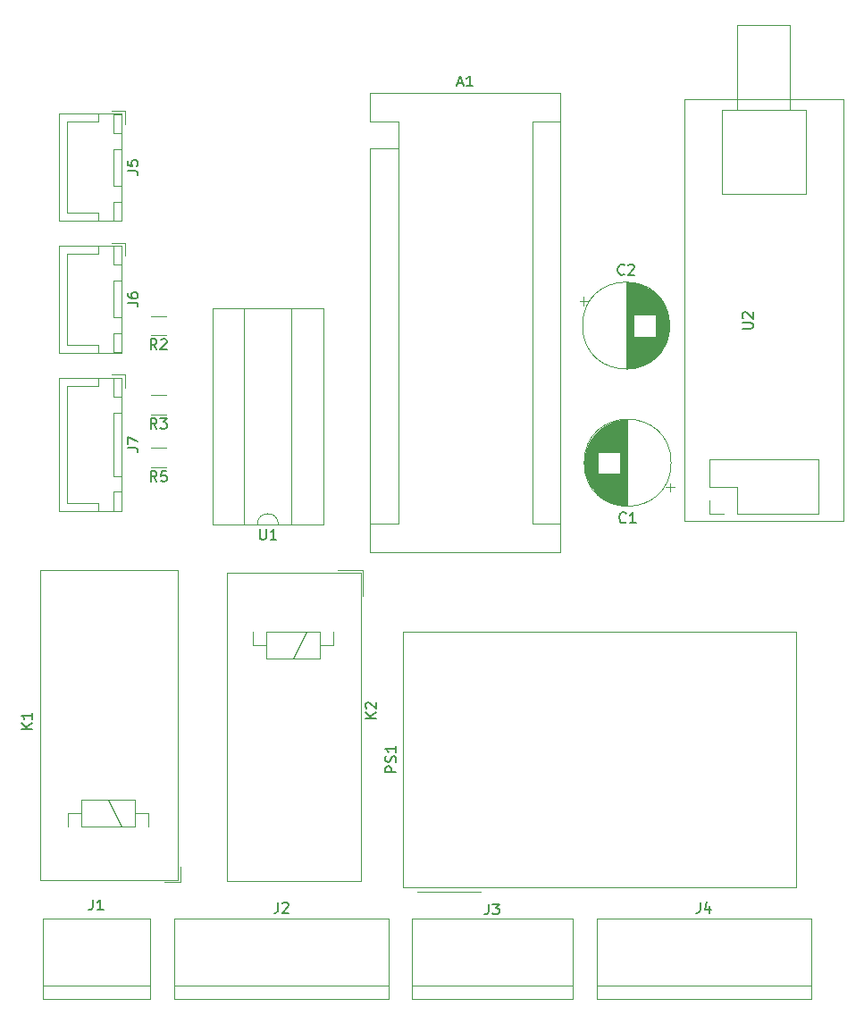
<source format=gbr>
%TF.GenerationSoftware,KiCad,Pcbnew,6.0.5*%
%TF.CreationDate,2022-07-08T15:37:51+02:00*%
%TF.ProjectId,pool_heater,706f6f6c-5f68-4656-9174-65722e6b6963,rev?*%
%TF.SameCoordinates,Original*%
%TF.FileFunction,Legend,Top*%
%TF.FilePolarity,Positive*%
%FSLAX46Y46*%
G04 Gerber Fmt 4.6, Leading zero omitted, Abs format (unit mm)*
G04 Created by KiCad (PCBNEW 6.0.5) date 2022-07-08 15:37:51*
%MOMM*%
%LPD*%
G01*
G04 APERTURE LIST*
%ADD10C,0.150000*%
%ADD11C,0.120000*%
%ADD12C,0.100000*%
G04 APERTURE END LIST*
D10*
%TO.C,J1*%
X33206666Y-99372380D02*
X33206666Y-100086666D01*
X33159047Y-100229523D01*
X33063809Y-100324761D01*
X32920952Y-100372380D01*
X32825714Y-100372380D01*
X34206666Y-100372380D02*
X33635238Y-100372380D01*
X33920952Y-100372380D02*
X33920952Y-99372380D01*
X33825714Y-99515238D01*
X33730476Y-99610476D01*
X33635238Y-99658095D01*
%TO.C,U1*%
X49048095Y-64282380D02*
X49048095Y-65091904D01*
X49095714Y-65187142D01*
X49143333Y-65234761D01*
X49238571Y-65282380D01*
X49429047Y-65282380D01*
X49524285Y-65234761D01*
X49571904Y-65187142D01*
X49619523Y-65091904D01*
X49619523Y-64282380D01*
X50619523Y-65282380D02*
X50048095Y-65282380D01*
X50333809Y-65282380D02*
X50333809Y-64282380D01*
X50238571Y-64425238D01*
X50143333Y-64520476D01*
X50048095Y-64568095D01*
%TO.C,K2*%
X60052380Y-82238095D02*
X59052380Y-82238095D01*
X60052380Y-81666666D02*
X59480952Y-82095238D01*
X59052380Y-81666666D02*
X59623809Y-82238095D01*
X59147619Y-81285714D02*
X59100000Y-81238095D01*
X59052380Y-81142857D01*
X59052380Y-80904761D01*
X59100000Y-80809523D01*
X59147619Y-80761904D01*
X59242857Y-80714285D01*
X59338095Y-80714285D01*
X59480952Y-80761904D01*
X60052380Y-81333333D01*
X60052380Y-80714285D01*
%TO.C,K1*%
X27452380Y-83238095D02*
X26452380Y-83238095D01*
X27452380Y-82666666D02*
X26880952Y-83095238D01*
X26452380Y-82666666D02*
X27023809Y-83238095D01*
X27452380Y-81714285D02*
X27452380Y-82285714D01*
X27452380Y-82000000D02*
X26452380Y-82000000D01*
X26595238Y-82095238D01*
X26690476Y-82190476D01*
X26738095Y-82285714D01*
%TO.C,J7*%
X36502380Y-56583333D02*
X37216666Y-56583333D01*
X37359523Y-56630952D01*
X37454761Y-56726190D01*
X37502380Y-56869047D01*
X37502380Y-56964285D01*
X36502380Y-56202380D02*
X36502380Y-55535714D01*
X37502380Y-55964285D01*
%TO.C,J6*%
X36502380Y-42833333D02*
X37216666Y-42833333D01*
X37359523Y-42880952D01*
X37454761Y-42976190D01*
X37502380Y-43119047D01*
X37502380Y-43214285D01*
X36502380Y-41928571D02*
X36502380Y-42119047D01*
X36550000Y-42214285D01*
X36597619Y-42261904D01*
X36740476Y-42357142D01*
X36930952Y-42404761D01*
X37311904Y-42404761D01*
X37407142Y-42357142D01*
X37454761Y-42309523D01*
X37502380Y-42214285D01*
X37502380Y-42023809D01*
X37454761Y-41928571D01*
X37407142Y-41880952D01*
X37311904Y-41833333D01*
X37073809Y-41833333D01*
X36978571Y-41880952D01*
X36930952Y-41928571D01*
X36883333Y-42023809D01*
X36883333Y-42214285D01*
X36930952Y-42309523D01*
X36978571Y-42357142D01*
X37073809Y-42404761D01*
%TO.C,J2*%
X50766666Y-99652380D02*
X50766666Y-100366666D01*
X50719047Y-100509523D01*
X50623809Y-100604761D01*
X50480952Y-100652380D01*
X50385714Y-100652380D01*
X51195238Y-99747619D02*
X51242857Y-99700000D01*
X51338095Y-99652380D01*
X51576190Y-99652380D01*
X51671428Y-99700000D01*
X51719047Y-99747619D01*
X51766666Y-99842857D01*
X51766666Y-99938095D01*
X51719047Y-100080952D01*
X51147619Y-100652380D01*
X51766666Y-100652380D01*
%TO.C,R2*%
X39283333Y-47272380D02*
X38950000Y-46796190D01*
X38711904Y-47272380D02*
X38711904Y-46272380D01*
X39092857Y-46272380D01*
X39188095Y-46320000D01*
X39235714Y-46367619D01*
X39283333Y-46462857D01*
X39283333Y-46605714D01*
X39235714Y-46700952D01*
X39188095Y-46748571D01*
X39092857Y-46796190D01*
X38711904Y-46796190D01*
X39664285Y-46367619D02*
X39711904Y-46320000D01*
X39807142Y-46272380D01*
X40045238Y-46272380D01*
X40140476Y-46320000D01*
X40188095Y-46367619D01*
X40235714Y-46462857D01*
X40235714Y-46558095D01*
X40188095Y-46700952D01*
X39616666Y-47272380D01*
X40235714Y-47272380D01*
%TO.C,J5*%
X36502380Y-30333333D02*
X37216666Y-30333333D01*
X37359523Y-30380952D01*
X37454761Y-30476190D01*
X37502380Y-30619047D01*
X37502380Y-30714285D01*
X36502380Y-29380952D02*
X36502380Y-29857142D01*
X36978571Y-29904761D01*
X36930952Y-29857142D01*
X36883333Y-29761904D01*
X36883333Y-29523809D01*
X36930952Y-29428571D01*
X36978571Y-29380952D01*
X37073809Y-29333333D01*
X37311904Y-29333333D01*
X37407142Y-29380952D01*
X37454761Y-29428571D01*
X37502380Y-29523809D01*
X37502380Y-29761904D01*
X37454761Y-29857142D01*
X37407142Y-29904761D01*
%TO.C,C1*%
X83735984Y-63607142D02*
X83688365Y-63654761D01*
X83545508Y-63702380D01*
X83450270Y-63702380D01*
X83307412Y-63654761D01*
X83212174Y-63559523D01*
X83164555Y-63464285D01*
X83116936Y-63273809D01*
X83116936Y-63130952D01*
X83164555Y-62940476D01*
X83212174Y-62845238D01*
X83307412Y-62750000D01*
X83450270Y-62702380D01*
X83545508Y-62702380D01*
X83688365Y-62750000D01*
X83735984Y-62797619D01*
X84688365Y-63702380D02*
X84116936Y-63702380D01*
X84402651Y-63702380D02*
X84402651Y-62702380D01*
X84307412Y-62845238D01*
X84212174Y-62940476D01*
X84116936Y-62988095D01*
%TO.C,J4*%
X90766666Y-99652380D02*
X90766666Y-100366666D01*
X90719047Y-100509523D01*
X90623809Y-100604761D01*
X90480952Y-100652380D01*
X90385714Y-100652380D01*
X91671428Y-99985714D02*
X91671428Y-100652380D01*
X91433333Y-99604761D02*
X91195238Y-100319047D01*
X91814285Y-100319047D01*
%TO.C,U2*%
X94762380Y-45301904D02*
X95571904Y-45301904D01*
X95667142Y-45254285D01*
X95714761Y-45206666D01*
X95762380Y-45111428D01*
X95762380Y-44920952D01*
X95714761Y-44825714D01*
X95667142Y-44778095D01*
X95571904Y-44730476D01*
X94762380Y-44730476D01*
X94857619Y-44301904D02*
X94810000Y-44254285D01*
X94762380Y-44159047D01*
X94762380Y-43920952D01*
X94810000Y-43825714D01*
X94857619Y-43778095D01*
X94952857Y-43730476D01*
X95048095Y-43730476D01*
X95190952Y-43778095D01*
X95762380Y-44349523D01*
X95762380Y-43730476D01*
%TO.C,A1*%
X67795714Y-22026666D02*
X68271904Y-22026666D01*
X67700476Y-22312380D02*
X68033809Y-21312380D01*
X68367142Y-22312380D01*
X69224285Y-22312380D02*
X68652857Y-22312380D01*
X68938571Y-22312380D02*
X68938571Y-21312380D01*
X68843333Y-21455238D01*
X68748095Y-21550476D01*
X68652857Y-21598095D01*
%TO.C,R5*%
X39283333Y-59772380D02*
X38950000Y-59296190D01*
X38711904Y-59772380D02*
X38711904Y-58772380D01*
X39092857Y-58772380D01*
X39188095Y-58820000D01*
X39235714Y-58867619D01*
X39283333Y-58962857D01*
X39283333Y-59105714D01*
X39235714Y-59200952D01*
X39188095Y-59248571D01*
X39092857Y-59296190D01*
X38711904Y-59296190D01*
X40188095Y-58772380D02*
X39711904Y-58772380D01*
X39664285Y-59248571D01*
X39711904Y-59200952D01*
X39807142Y-59153333D01*
X40045238Y-59153333D01*
X40140476Y-59200952D01*
X40188095Y-59248571D01*
X40235714Y-59343809D01*
X40235714Y-59581904D01*
X40188095Y-59677142D01*
X40140476Y-59724761D01*
X40045238Y-59772380D01*
X39807142Y-59772380D01*
X39711904Y-59724761D01*
X39664285Y-59677142D01*
%TO.C,PS1*%
X61952380Y-87324285D02*
X60952380Y-87324285D01*
X60952380Y-86943333D01*
X61000000Y-86848095D01*
X61047619Y-86800476D01*
X61142857Y-86752857D01*
X61285714Y-86752857D01*
X61380952Y-86800476D01*
X61428571Y-86848095D01*
X61476190Y-86943333D01*
X61476190Y-87324285D01*
X61904761Y-86371904D02*
X61952380Y-86229047D01*
X61952380Y-85990952D01*
X61904761Y-85895714D01*
X61857142Y-85848095D01*
X61761904Y-85800476D01*
X61666666Y-85800476D01*
X61571428Y-85848095D01*
X61523809Y-85895714D01*
X61476190Y-85990952D01*
X61428571Y-86181428D01*
X61380952Y-86276666D01*
X61333333Y-86324285D01*
X61238095Y-86371904D01*
X61142857Y-86371904D01*
X61047619Y-86324285D01*
X61000000Y-86276666D01*
X60952380Y-86181428D01*
X60952380Y-85943333D01*
X61000000Y-85800476D01*
X61952380Y-84848095D02*
X61952380Y-85419523D01*
X61952380Y-85133809D02*
X60952380Y-85133809D01*
X61095238Y-85229047D01*
X61190476Y-85324285D01*
X61238095Y-85419523D01*
%TO.C,J3*%
X70716666Y-99802380D02*
X70716666Y-100516666D01*
X70669047Y-100659523D01*
X70573809Y-100754761D01*
X70430952Y-100802380D01*
X70335714Y-100802380D01*
X71097619Y-99802380D02*
X71716666Y-99802380D01*
X71383333Y-100183333D01*
X71526190Y-100183333D01*
X71621428Y-100230952D01*
X71669047Y-100278571D01*
X71716666Y-100373809D01*
X71716666Y-100611904D01*
X71669047Y-100707142D01*
X71621428Y-100754761D01*
X71526190Y-100802380D01*
X71240476Y-100802380D01*
X71145238Y-100754761D01*
X71097619Y-100707142D01*
%TO.C,C2*%
X83583333Y-40107142D02*
X83535714Y-40154761D01*
X83392857Y-40202380D01*
X83297619Y-40202380D01*
X83154761Y-40154761D01*
X83059523Y-40059523D01*
X83011904Y-39964285D01*
X82964285Y-39773809D01*
X82964285Y-39630952D01*
X83011904Y-39440476D01*
X83059523Y-39345238D01*
X83154761Y-39250000D01*
X83297619Y-39202380D01*
X83392857Y-39202380D01*
X83535714Y-39250000D01*
X83583333Y-39297619D01*
X83964285Y-39297619D02*
X84011904Y-39250000D01*
X84107142Y-39202380D01*
X84345238Y-39202380D01*
X84440476Y-39250000D01*
X84488095Y-39297619D01*
X84535714Y-39392857D01*
X84535714Y-39488095D01*
X84488095Y-39630952D01*
X83916666Y-40202380D01*
X84535714Y-40202380D01*
%TO.C,R3*%
X39283333Y-54772380D02*
X38950000Y-54296190D01*
X38711904Y-54772380D02*
X38711904Y-53772380D01*
X39092857Y-53772380D01*
X39188095Y-53820000D01*
X39235714Y-53867619D01*
X39283333Y-53962857D01*
X39283333Y-54105714D01*
X39235714Y-54200952D01*
X39188095Y-54248571D01*
X39092857Y-54296190D01*
X38711904Y-54296190D01*
X39616666Y-53772380D02*
X40235714Y-53772380D01*
X39902380Y-54153333D01*
X40045238Y-54153333D01*
X40140476Y-54200952D01*
X40188095Y-54248571D01*
X40235714Y-54343809D01*
X40235714Y-54581904D01*
X40188095Y-54677142D01*
X40140476Y-54724761D01*
X40045238Y-54772380D01*
X39759523Y-54772380D01*
X39664285Y-54724761D01*
X39616666Y-54677142D01*
D11*
%TO.C,J1*%
X38620000Y-108810000D02*
X38620000Y-101190000D01*
X28460000Y-108810000D02*
X38620000Y-108810000D01*
X38620000Y-107540000D02*
X28460000Y-107540000D01*
X38620000Y-101190000D02*
X28460000Y-101190000D01*
X28460000Y-101190000D02*
X28460000Y-108810000D01*
%TO.C,U1*%
X44560000Y-63890000D02*
X55060000Y-63890000D01*
X52060000Y-63830000D02*
X52060000Y-43390000D01*
X52060000Y-43390000D02*
X47560000Y-43390000D01*
X55060000Y-63890000D02*
X55060000Y-43330000D01*
X44560000Y-43330000D02*
X44560000Y-63890000D01*
X47560000Y-43390000D02*
X47560000Y-63830000D01*
X50810000Y-63830000D02*
X52060000Y-63830000D01*
X55060000Y-43330000D02*
X44560000Y-43330000D01*
X47560000Y-63830000D02*
X48810000Y-63830000D01*
X50810000Y-63830000D02*
G75*
G03*
X48810000Y-63830000I-1000000J0D01*
G01*
%TO.C,K2*%
X49650000Y-75310000D02*
X48380000Y-75310000D01*
X45900000Y-68400000D02*
X58600000Y-68400000D01*
X54730000Y-75310000D02*
X54730000Y-76580000D01*
X54730000Y-74040000D02*
X54730000Y-75310000D01*
X58600000Y-68400000D02*
X58600000Y-97600000D01*
X56000000Y-75310000D02*
X54730000Y-75310000D01*
X45900000Y-97600000D02*
X45900000Y-68400000D01*
X58800000Y-70600000D02*
X58800000Y-68200000D01*
X53460000Y-74040000D02*
X52190000Y-76580000D01*
X54730000Y-76580000D02*
X49650000Y-76580000D01*
X56400000Y-68200000D02*
X58800000Y-68200000D01*
X48380000Y-75310000D02*
X48380000Y-74040000D01*
X49650000Y-74040000D02*
X54730000Y-74040000D01*
X49650000Y-76580000D02*
X49650000Y-74040000D01*
X58600000Y-97600000D02*
X45900000Y-97600000D01*
X56000000Y-74040000D02*
X56000000Y-75310000D01*
%TO.C,K1*%
X37230000Y-89920000D02*
X32150000Y-89920000D01*
X32150000Y-89920000D02*
X32150000Y-92460000D01*
X30880000Y-91190000D02*
X30880000Y-92460000D01*
X41300000Y-68150000D02*
X28200000Y-68150000D01*
X41500000Y-97750000D02*
X41500000Y-96250000D01*
X38500000Y-91190000D02*
X37230000Y-91190000D01*
X28200000Y-68150000D02*
X28200000Y-97550000D01*
X32150000Y-92460000D02*
X37230000Y-92460000D01*
D12*
X35960000Y-92460000D02*
X34690000Y-89920000D01*
D11*
X28200000Y-97550000D02*
X41300000Y-97550000D01*
X37230000Y-92460000D02*
X37230000Y-91190000D01*
X32150000Y-91190000D02*
X30880000Y-91190000D01*
X37230000Y-91190000D02*
X37230000Y-89920000D01*
X40000000Y-97750000D02*
X41500000Y-97750000D01*
X41300000Y-97550000D02*
X41300000Y-68150000D01*
X38500000Y-92460000D02*
X38500000Y-91190000D01*
%TO.C,J7*%
X35200000Y-60750000D02*
X35200000Y-62550000D01*
X35950000Y-53250000D02*
X35200000Y-53250000D01*
X35950000Y-60750000D02*
X35200000Y-60750000D01*
X35200000Y-59250000D02*
X35950000Y-59250000D01*
X36250000Y-50900000D02*
X36250000Y-49650000D01*
X29990000Y-49940000D02*
X29990000Y-62560000D01*
X35950000Y-49950000D02*
X35200000Y-49950000D01*
X30750000Y-61800000D02*
X30750000Y-56250000D01*
X29990000Y-62560000D02*
X35960000Y-62560000D01*
X33700000Y-50700000D02*
X30750000Y-50700000D01*
X33700000Y-61800000D02*
X30750000Y-61800000D01*
X35200000Y-49950000D02*
X35200000Y-51750000D01*
X33700000Y-62550000D02*
X33700000Y-61800000D01*
X36250000Y-49650000D02*
X35000000Y-49650000D01*
X35950000Y-51750000D02*
X35950000Y-49950000D01*
X35960000Y-49940000D02*
X29990000Y-49940000D01*
X35950000Y-62550000D02*
X35950000Y-60750000D01*
X35200000Y-62550000D02*
X35950000Y-62550000D01*
X35200000Y-53250000D02*
X35200000Y-59250000D01*
X30750000Y-50700000D02*
X30750000Y-56250000D01*
X35960000Y-62560000D02*
X35960000Y-49940000D01*
X33700000Y-49950000D02*
X33700000Y-50700000D01*
X35950000Y-59250000D02*
X35950000Y-53250000D01*
X35200000Y-51750000D02*
X35950000Y-51750000D01*
%TO.C,J6*%
X33700000Y-38200000D02*
X30750000Y-38200000D01*
X35200000Y-40750000D02*
X35200000Y-44250000D01*
X35960000Y-37440000D02*
X29990000Y-37440000D01*
X30750000Y-46800000D02*
X30750000Y-42500000D01*
X36250000Y-38400000D02*
X36250000Y-37150000D01*
X36250000Y-37150000D02*
X35000000Y-37150000D01*
X35950000Y-44250000D02*
X35950000Y-40750000D01*
X35200000Y-47550000D02*
X35950000Y-47550000D01*
X35200000Y-45750000D02*
X35200000Y-47550000D01*
X35200000Y-44250000D02*
X35950000Y-44250000D01*
X29990000Y-37440000D02*
X29990000Y-47560000D01*
X35200000Y-39250000D02*
X35950000Y-39250000D01*
X35950000Y-39250000D02*
X35950000Y-37450000D01*
X33700000Y-47550000D02*
X33700000Y-46800000D01*
X29990000Y-47560000D02*
X35960000Y-47560000D01*
X35960000Y-47560000D02*
X35960000Y-37440000D01*
X33700000Y-46800000D02*
X30750000Y-46800000D01*
X33700000Y-37450000D02*
X33700000Y-38200000D01*
X30750000Y-38200000D02*
X30750000Y-42500000D01*
X35950000Y-40750000D02*
X35200000Y-40750000D01*
X35200000Y-37450000D02*
X35200000Y-39250000D01*
X35950000Y-47550000D02*
X35950000Y-45750000D01*
X35950000Y-37450000D02*
X35200000Y-37450000D01*
X35950000Y-45750000D02*
X35200000Y-45750000D01*
%TO.C,J2*%
X40960000Y-101190000D02*
X40960000Y-108810000D01*
X61280000Y-108810000D02*
X61280000Y-101190000D01*
X61280000Y-107540000D02*
X40960000Y-107540000D01*
X40960000Y-101190000D02*
X61280000Y-101190000D01*
X40960000Y-108810000D02*
X61280000Y-108810000D01*
%TO.C,R2*%
X40177064Y-45910000D02*
X38722936Y-45910000D01*
X40177064Y-44090000D02*
X38722936Y-44090000D01*
%TO.C,J5*%
X33700000Y-25700000D02*
X30750000Y-25700000D01*
X33700000Y-24950000D02*
X33700000Y-25700000D01*
X30750000Y-25700000D02*
X30750000Y-30000000D01*
X35200000Y-26750000D02*
X35950000Y-26750000D01*
X35950000Y-24950000D02*
X35200000Y-24950000D01*
X29990000Y-24940000D02*
X29990000Y-35060000D01*
X35200000Y-33250000D02*
X35200000Y-35050000D01*
X33700000Y-35050000D02*
X33700000Y-34300000D01*
X35950000Y-35050000D02*
X35950000Y-33250000D01*
X29990000Y-35060000D02*
X35960000Y-35060000D01*
X36250000Y-24650000D02*
X35000000Y-24650000D01*
X30750000Y-34300000D02*
X30750000Y-30000000D01*
X36250000Y-25900000D02*
X36250000Y-24650000D01*
X35960000Y-35060000D02*
X35960000Y-24940000D01*
X35200000Y-28250000D02*
X35200000Y-31750000D01*
X35200000Y-35050000D02*
X35950000Y-35050000D01*
X35950000Y-28250000D02*
X35200000Y-28250000D01*
X35200000Y-24950000D02*
X35200000Y-26750000D01*
X35950000Y-33250000D02*
X35200000Y-33250000D01*
X33700000Y-34300000D02*
X30750000Y-34300000D01*
X35200000Y-31750000D02*
X35950000Y-31750000D01*
X35950000Y-31750000D02*
X35950000Y-28250000D01*
X35950000Y-26750000D02*
X35950000Y-24950000D01*
X35960000Y-24940000D02*
X29990000Y-24940000D01*
%TO.C,C1*%
X82821651Y-56960000D02*
X82821651Y-54064000D01*
X83262651Y-62030000D02*
X83262651Y-53970000D01*
X82381651Y-61790000D02*
X82381651Y-59040000D01*
X83502651Y-62061000D02*
X83502651Y-53939000D01*
X83422651Y-62052000D02*
X83422651Y-53948000D01*
X82341651Y-56960000D02*
X82341651Y-54226000D01*
X82501651Y-56960000D02*
X82501651Y-54165000D01*
X81181651Y-56960000D02*
X81181651Y-54945000D01*
X81341651Y-61189000D02*
X81341651Y-59040000D01*
X79821651Y-58533000D02*
X79821651Y-57467000D01*
X83902651Y-62080000D02*
X83902651Y-53920000D01*
X81141651Y-61019000D02*
X81141651Y-59040000D01*
X82701651Y-61902000D02*
X82701651Y-59040000D01*
X81781651Y-56960000D02*
X81781651Y-54507000D01*
X81461651Y-61280000D02*
X81461651Y-59040000D01*
X82381651Y-56960000D02*
X82381651Y-54210000D01*
X82261651Y-56960000D02*
X82261651Y-54260000D01*
X83662651Y-62074000D02*
X83662651Y-53926000D01*
X81981651Y-56960000D02*
X81981651Y-54394000D01*
X82101651Y-61666000D02*
X82101651Y-59040000D01*
X82861651Y-61947000D02*
X82861651Y-59040000D01*
X80381651Y-60102000D02*
X80381651Y-55898000D01*
X81021651Y-60907000D02*
X81021651Y-55093000D01*
X81141651Y-56960000D02*
X81141651Y-54981000D01*
X81981651Y-61606000D02*
X81981651Y-59040000D01*
X83702651Y-62076000D02*
X83702651Y-53924000D01*
X80941651Y-60826000D02*
X80941651Y-55174000D01*
X82421651Y-56960000D02*
X82421651Y-54195000D01*
X81261651Y-61124000D02*
X81261651Y-59040000D01*
X79901651Y-58948000D02*
X79901651Y-57052000D01*
X83021651Y-61985000D02*
X83021651Y-59040000D01*
X81301651Y-61156000D02*
X81301651Y-59040000D01*
X81501651Y-56960000D02*
X81501651Y-54691000D01*
X80901651Y-60784000D02*
X80901651Y-55216000D01*
X82941651Y-61967000D02*
X82941651Y-59040000D01*
X83542651Y-62065000D02*
X83542651Y-53935000D01*
X83742651Y-62077000D02*
X83742651Y-53923000D01*
X83382651Y-62048000D02*
X83382651Y-53952000D01*
X81541651Y-56960000D02*
X81541651Y-54662000D01*
X88312349Y-60315000D02*
X87512349Y-60315000D01*
X82261651Y-61740000D02*
X82261651Y-59040000D01*
X82141651Y-56960000D02*
X82141651Y-54314000D01*
X83342651Y-62042000D02*
X83342651Y-53958000D01*
X80421651Y-60166000D02*
X80421651Y-55834000D01*
X82541651Y-56960000D02*
X82541651Y-54150000D01*
X81581651Y-61365000D02*
X81581651Y-59040000D01*
X80021651Y-59346000D02*
X80021651Y-56654000D01*
X81901651Y-61562000D02*
X81901651Y-59040000D01*
X80621651Y-60454000D02*
X80621651Y-55546000D01*
X82021651Y-61627000D02*
X82021651Y-59040000D01*
X82661651Y-61889000D02*
X82661651Y-59040000D01*
X80301651Y-59964000D02*
X80301651Y-56036000D01*
X81381651Y-56960000D02*
X81381651Y-54780000D01*
X81461651Y-56960000D02*
X81461651Y-54720000D01*
X82421651Y-61805000D02*
X82421651Y-59040000D01*
X82941651Y-56960000D02*
X82941651Y-54033000D01*
X81101651Y-60983000D02*
X81101651Y-55017000D01*
X82301651Y-61757000D02*
X82301651Y-59040000D01*
X81741651Y-56960000D02*
X81741651Y-54531000D01*
X80541651Y-60345000D02*
X80541651Y-55655000D01*
X81621651Y-56960000D02*
X81621651Y-54608000D01*
X81661651Y-61418000D02*
X81661651Y-59040000D01*
X82181651Y-56960000D02*
X82181651Y-54296000D01*
X81221651Y-61090000D02*
X81221651Y-59040000D01*
X83582651Y-62068000D02*
X83582651Y-53932000D01*
X82541651Y-61850000D02*
X82541651Y-59040000D01*
X81421651Y-61250000D02*
X81421651Y-59040000D01*
X80861651Y-60741000D02*
X80861651Y-55259000D01*
X82741651Y-56960000D02*
X82741651Y-54086000D01*
X80781651Y-60651000D02*
X80781651Y-55349000D01*
X82461651Y-61821000D02*
X82461651Y-59040000D01*
X80701651Y-60556000D02*
X80701651Y-55444000D01*
X82181651Y-61704000D02*
X82181651Y-59040000D01*
X80741651Y-60604000D02*
X80741651Y-55396000D01*
X79861651Y-58768000D02*
X79861651Y-57232000D01*
X81821651Y-61517000D02*
X81821651Y-59040000D01*
X81741651Y-61469000D02*
X81741651Y-59040000D01*
X82581651Y-61863000D02*
X82581651Y-59040000D01*
X83061651Y-56960000D02*
X83061651Y-54006000D01*
X81541651Y-61338000D02*
X81541651Y-59040000D01*
X83302651Y-62037000D02*
X83302651Y-53963000D01*
X81261651Y-56960000D02*
X81261651Y-54876000D01*
X81061651Y-60945000D02*
X81061651Y-55055000D01*
X83021651Y-56960000D02*
X83021651Y-54015000D01*
X82701651Y-56960000D02*
X82701651Y-54098000D01*
X81701651Y-61444000D02*
X81701651Y-59040000D01*
X81221651Y-56960000D02*
X81221651Y-54910000D01*
X82981651Y-56960000D02*
X82981651Y-54024000D01*
X80341651Y-60034000D02*
X80341651Y-55966000D01*
X82221651Y-61722000D02*
X82221651Y-59040000D01*
X83101651Y-56960000D02*
X83101651Y-53998000D01*
X81941651Y-56960000D02*
X81941651Y-54416000D01*
X80661651Y-60505000D02*
X80661651Y-55495000D01*
X80461651Y-60228000D02*
X80461651Y-55772000D01*
X83181651Y-56960000D02*
X83181651Y-53983000D01*
X82901651Y-61957000D02*
X82901651Y-59040000D01*
X81821651Y-56960000D02*
X81821651Y-54483000D01*
X79981651Y-59229000D02*
X79981651Y-56771000D01*
X83622651Y-62071000D02*
X83622651Y-53929000D01*
X82061651Y-56960000D02*
X82061651Y-54353000D01*
X80101651Y-59552000D02*
X80101651Y-56448000D01*
X80821651Y-60697000D02*
X80821651Y-55303000D01*
X83822651Y-62080000D02*
X83822651Y-53920000D01*
X80261651Y-59890000D02*
X80261651Y-56110000D01*
X81501651Y-61309000D02*
X81501651Y-59040000D01*
X83862651Y-62080000D02*
X83862651Y-53920000D01*
X82621651Y-56960000D02*
X82621651Y-54123000D01*
X80501651Y-60287000D02*
X80501651Y-55713000D01*
X81181651Y-61055000D02*
X81181651Y-59040000D01*
X81621651Y-61392000D02*
X81621651Y-59040000D01*
X81381651Y-61220000D02*
X81381651Y-59040000D01*
X83462651Y-62057000D02*
X83462651Y-53943000D01*
X82141651Y-61686000D02*
X82141651Y-59040000D01*
X81581651Y-56960000D02*
X81581651Y-54635000D01*
X79941651Y-59098000D02*
X79941651Y-56902000D01*
X80141651Y-59645000D02*
X80141651Y-56355000D01*
X81301651Y-56960000D02*
X81301651Y-54844000D01*
X81341651Y-56960000D02*
X81341651Y-54811000D01*
X82501651Y-61835000D02*
X82501651Y-59040000D01*
X81941651Y-61584000D02*
X81941651Y-59040000D01*
X82901651Y-56960000D02*
X82901651Y-54043000D01*
X82981651Y-61976000D02*
X82981651Y-59040000D01*
X82461651Y-56960000D02*
X82461651Y-54179000D01*
X82661651Y-56960000D02*
X82661651Y-54111000D01*
X80981651Y-60867000D02*
X80981651Y-55133000D01*
X82341651Y-61774000D02*
X82341651Y-59040000D01*
X82781651Y-61925000D02*
X82781651Y-59040000D01*
X82781651Y-56960000D02*
X82781651Y-54075000D01*
X82221651Y-56960000D02*
X82221651Y-54278000D01*
X81861651Y-61540000D02*
X81861651Y-59040000D01*
X80061651Y-59453000D02*
X80061651Y-56547000D01*
X81701651Y-56960000D02*
X81701651Y-54556000D01*
X82581651Y-56960000D02*
X82581651Y-54137000D01*
X82821651Y-61936000D02*
X82821651Y-59040000D01*
X82741651Y-61914000D02*
X82741651Y-59040000D01*
X82301651Y-56960000D02*
X82301651Y-54243000D01*
X82061651Y-61647000D02*
X82061651Y-59040000D01*
X81901651Y-56960000D02*
X81901651Y-54438000D01*
X83061651Y-61994000D02*
X83061651Y-59040000D01*
X83141651Y-62010000D02*
X83141651Y-59040000D01*
X80181651Y-59731000D02*
X80181651Y-56269000D01*
X81781651Y-61493000D02*
X81781651Y-59040000D01*
X83181651Y-62017000D02*
X83181651Y-59040000D01*
X82861651Y-56960000D02*
X82861651Y-54053000D01*
X87912349Y-60715000D02*
X87912349Y-59915000D01*
X81861651Y-56960000D02*
X81861651Y-54460000D01*
X83782651Y-62079000D02*
X83782651Y-53921000D01*
X82101651Y-56960000D02*
X82101651Y-54334000D01*
X82021651Y-56960000D02*
X82021651Y-54373000D01*
X81421651Y-56960000D02*
X81421651Y-54750000D01*
X83101651Y-62002000D02*
X83101651Y-59040000D01*
X80581651Y-60400000D02*
X80581651Y-55600000D01*
X81661651Y-56960000D02*
X81661651Y-54582000D01*
X83141651Y-56960000D02*
X83141651Y-53990000D01*
X82621651Y-61877000D02*
X82621651Y-59040000D01*
X83222651Y-62024000D02*
X83222651Y-53976000D01*
X80221651Y-59813000D02*
X80221651Y-56187000D01*
X88022651Y-58000000D02*
G75*
G03*
X88022651Y-58000000I-4120000J0D01*
G01*
%TO.C,J4*%
X101280000Y-107540000D02*
X80960000Y-107540000D01*
X80960000Y-101190000D02*
X80960000Y-108810000D01*
X80960000Y-101190000D02*
X101280000Y-101190000D01*
X101280000Y-108810000D02*
X101280000Y-101190000D01*
X80960000Y-108810000D02*
X101280000Y-108810000D01*
%TO.C,U2*%
X92810000Y-32540000D02*
X100810000Y-32540000D01*
X94310000Y-24540000D02*
X94310000Y-16540000D01*
X100810000Y-24540000D02*
X92810000Y-24540000D01*
X94270000Y-62870000D02*
X94270000Y-60270000D01*
X99310000Y-16540000D02*
X99310000Y-24540000D01*
X91670000Y-57670000D02*
X101950000Y-57670000D01*
X89310000Y-23540000D02*
X104310000Y-23540000D01*
X100810000Y-32540000D02*
X100810000Y-24540000D01*
X104310000Y-63540000D02*
X89310000Y-63540000D01*
X89310000Y-63540000D02*
X89310000Y-23540000D01*
X91670000Y-60270000D02*
X91670000Y-57670000D01*
X92810000Y-24540000D02*
X92810000Y-32540000D01*
X101950000Y-62870000D02*
X101950000Y-57670000D01*
X94270000Y-62870000D02*
X101950000Y-62870000D01*
X91670000Y-62870000D02*
X91670000Y-61540000D01*
X93000000Y-62870000D02*
X91670000Y-62870000D01*
X94310000Y-16540000D02*
X99310000Y-16540000D01*
X94270000Y-60270000D02*
X91670000Y-60270000D01*
X104310000Y-23540000D02*
X104310000Y-63540000D01*
%TO.C,A1*%
X62160000Y-28210000D02*
X59490000Y-28210000D01*
X74860000Y-63770000D02*
X77530000Y-63770000D01*
X59490000Y-23000000D02*
X59490000Y-25670000D01*
X77530000Y-23000000D02*
X59490000Y-23000000D01*
X62160000Y-28210000D02*
X62160000Y-63770000D01*
X62160000Y-25670000D02*
X59490000Y-25670000D01*
X77530000Y-66440000D02*
X77530000Y-23000000D01*
X62160000Y-63770000D02*
X59490000Y-63770000D01*
X59490000Y-28210000D02*
X59490000Y-66440000D01*
X59490000Y-66440000D02*
X77530000Y-66440000D01*
X74860000Y-25670000D02*
X74860000Y-63770000D01*
X62160000Y-28210000D02*
X62160000Y-25670000D01*
X74860000Y-25670000D02*
X77530000Y-25670000D01*
%TO.C,R5*%
X40177064Y-58410000D02*
X38722936Y-58410000D01*
X40177064Y-56590000D02*
X38722936Y-56590000D01*
%TO.C,PS1*%
X62620000Y-98230000D02*
X99860000Y-98230000D01*
X62620000Y-73990000D02*
X62620000Y-98230000D01*
X62620000Y-73990000D02*
X99860000Y-73990000D01*
X64000000Y-98610000D02*
X70000000Y-98610000D01*
X99860000Y-98230000D02*
X99860000Y-73990000D01*
%TO.C,J3*%
X63460000Y-107540000D02*
X78700000Y-107540000D01*
X63460000Y-108810000D02*
X78700000Y-108810000D01*
X63460000Y-108810000D02*
X63460000Y-101190000D01*
X63460000Y-101190000D02*
X78700000Y-101190000D01*
X78700000Y-108810000D02*
X78700000Y-101190000D01*
%TO.C,C2*%
X87151000Y-42713000D02*
X87151000Y-47287000D01*
X85751000Y-46040000D02*
X85751000Y-48562000D01*
X87511000Y-43355000D02*
X87511000Y-46645000D01*
X85711000Y-46040000D02*
X85711000Y-48584000D01*
X85671000Y-41394000D02*
X85671000Y-43960000D01*
X86591000Y-42055000D02*
X86591000Y-47945000D01*
X85311000Y-46040000D02*
X85311000Y-48774000D01*
X87311000Y-42966000D02*
X87311000Y-47034000D01*
X85311000Y-41226000D02*
X85311000Y-43960000D01*
X83830000Y-40920000D02*
X83830000Y-49080000D01*
X85871000Y-41507000D02*
X85871000Y-43960000D01*
X87791000Y-44232000D02*
X87791000Y-45768000D01*
X85231000Y-46040000D02*
X85231000Y-48805000D01*
X86031000Y-41608000D02*
X86031000Y-43960000D01*
X86911000Y-42396000D02*
X86911000Y-47604000D01*
X87071000Y-42600000D02*
X87071000Y-47400000D01*
X85111000Y-46040000D02*
X85111000Y-48850000D01*
X86391000Y-46040000D02*
X86391000Y-48124000D01*
X84471000Y-40983000D02*
X84471000Y-43960000D01*
X84791000Y-41053000D02*
X84791000Y-43960000D01*
X85551000Y-41334000D02*
X85551000Y-43960000D01*
X86191000Y-46040000D02*
X86191000Y-48280000D01*
X84871000Y-46040000D02*
X84871000Y-48925000D01*
X79340302Y-42685000D02*
X80140302Y-42685000D01*
X84591000Y-46040000D02*
X84591000Y-48994000D01*
X85471000Y-46040000D02*
X85471000Y-48704000D01*
X85271000Y-46040000D02*
X85271000Y-48790000D01*
X84711000Y-41033000D02*
X84711000Y-43960000D01*
X79740302Y-42285000D02*
X79740302Y-43085000D01*
X83950000Y-40924000D02*
X83950000Y-49076000D01*
X84911000Y-46040000D02*
X84911000Y-48914000D01*
X86951000Y-42444000D02*
X86951000Y-47556000D01*
X86671000Y-42133000D02*
X86671000Y-47867000D01*
X84350000Y-40963000D02*
X84350000Y-49037000D01*
X84551000Y-40998000D02*
X84551000Y-43960000D01*
X84671000Y-41024000D02*
X84671000Y-43960000D01*
X86311000Y-41811000D02*
X86311000Y-43960000D01*
X84951000Y-41098000D02*
X84951000Y-43960000D01*
X86151000Y-46040000D02*
X86151000Y-48309000D01*
X86791000Y-42259000D02*
X86791000Y-47741000D01*
X87231000Y-42834000D02*
X87231000Y-47166000D01*
X86191000Y-41720000D02*
X86191000Y-43960000D01*
X85551000Y-46040000D02*
X85551000Y-48666000D01*
X84791000Y-46040000D02*
X84791000Y-48947000D01*
X85151000Y-46040000D02*
X85151000Y-48835000D01*
X85031000Y-41123000D02*
X85031000Y-43960000D01*
X87671000Y-43771000D02*
X87671000Y-46229000D01*
X85471000Y-41296000D02*
X85471000Y-43960000D01*
X86991000Y-42495000D02*
X86991000Y-47505000D01*
X86471000Y-41945000D02*
X86471000Y-43960000D01*
X85431000Y-41278000D02*
X85431000Y-43960000D01*
X84030000Y-40929000D02*
X84030000Y-49071000D01*
X85391000Y-46040000D02*
X85391000Y-48740000D01*
X85391000Y-41260000D02*
X85391000Y-43960000D01*
X86511000Y-41981000D02*
X86511000Y-43960000D01*
X85911000Y-46040000D02*
X85911000Y-48469000D01*
X86431000Y-46040000D02*
X86431000Y-48090000D01*
X85791000Y-46040000D02*
X85791000Y-48540000D01*
X86631000Y-42093000D02*
X86631000Y-47907000D01*
X85711000Y-41416000D02*
X85711000Y-43960000D01*
X87591000Y-43547000D02*
X87591000Y-46453000D01*
X87391000Y-43110000D02*
X87391000Y-46890000D01*
X86271000Y-46040000D02*
X86271000Y-48220000D01*
X85831000Y-46040000D02*
X85831000Y-48517000D01*
X84751000Y-46040000D02*
X84751000Y-48957000D01*
X87031000Y-42546000D02*
X87031000Y-47454000D01*
X87551000Y-43448000D02*
X87551000Y-46552000D01*
X84070000Y-40932000D02*
X84070000Y-49068000D01*
X86351000Y-41844000D02*
X86351000Y-43960000D01*
X84871000Y-41075000D02*
X84871000Y-43960000D01*
X84430000Y-40976000D02*
X84430000Y-49024000D01*
X85631000Y-41373000D02*
X85631000Y-43960000D01*
X86391000Y-41876000D02*
X86391000Y-43960000D01*
X84711000Y-46040000D02*
X84711000Y-48967000D01*
X86231000Y-46040000D02*
X86231000Y-48250000D01*
X84270000Y-40952000D02*
X84270000Y-49048000D01*
X86711000Y-42174000D02*
X86711000Y-47826000D01*
X85071000Y-41137000D02*
X85071000Y-43960000D01*
X85351000Y-41243000D02*
X85351000Y-43960000D01*
X87271000Y-42898000D02*
X87271000Y-47102000D01*
X85271000Y-41210000D02*
X85271000Y-43960000D01*
X84190000Y-40943000D02*
X84190000Y-49057000D01*
X84831000Y-41064000D02*
X84831000Y-43960000D01*
X85431000Y-46040000D02*
X85431000Y-48722000D01*
X86271000Y-41780000D02*
X86271000Y-43960000D01*
X85511000Y-46040000D02*
X85511000Y-48686000D01*
X85591000Y-46040000D02*
X85591000Y-48647000D01*
X85151000Y-41165000D02*
X85151000Y-43960000D01*
X86751000Y-42216000D02*
X86751000Y-47784000D01*
X85871000Y-46040000D02*
X85871000Y-48493000D01*
X84671000Y-46040000D02*
X84671000Y-48976000D01*
X85631000Y-46040000D02*
X85631000Y-48627000D01*
X84991000Y-46040000D02*
X84991000Y-48889000D01*
X85991000Y-46040000D02*
X85991000Y-48418000D01*
X87751000Y-44052000D02*
X87751000Y-45948000D01*
X86231000Y-41750000D02*
X86231000Y-43960000D01*
X84150000Y-40939000D02*
X84150000Y-49061000D01*
X84631000Y-46040000D02*
X84631000Y-48985000D01*
X83910000Y-40923000D02*
X83910000Y-49077000D01*
X86831000Y-42303000D02*
X86831000Y-47697000D01*
X86551000Y-42017000D02*
X86551000Y-47983000D01*
X86111000Y-41662000D02*
X86111000Y-43960000D01*
X85351000Y-46040000D02*
X85351000Y-48757000D01*
X86111000Y-46040000D02*
X86111000Y-48338000D01*
X83750000Y-40920000D02*
X83750000Y-49080000D01*
X85671000Y-46040000D02*
X85671000Y-48606000D01*
X85951000Y-46040000D02*
X85951000Y-48444000D01*
X84631000Y-41015000D02*
X84631000Y-43960000D01*
X83870000Y-40921000D02*
X83870000Y-49079000D01*
X84551000Y-46040000D02*
X84551000Y-49002000D01*
X84751000Y-41043000D02*
X84751000Y-43960000D01*
X85831000Y-41483000D02*
X85831000Y-43960000D01*
X84511000Y-40990000D02*
X84511000Y-43960000D01*
X84310000Y-40958000D02*
X84310000Y-49042000D01*
X85591000Y-41353000D02*
X85591000Y-43960000D01*
X85071000Y-46040000D02*
X85071000Y-48863000D01*
X84991000Y-41111000D02*
X84991000Y-43960000D01*
X86871000Y-42349000D02*
X86871000Y-47651000D01*
X84591000Y-41006000D02*
X84591000Y-43960000D01*
X83990000Y-40926000D02*
X83990000Y-49074000D01*
X87631000Y-43654000D02*
X87631000Y-46346000D01*
X87431000Y-43187000D02*
X87431000Y-46813000D01*
X84831000Y-46040000D02*
X84831000Y-48936000D01*
X85191000Y-41179000D02*
X85191000Y-43960000D01*
X83790000Y-40920000D02*
X83790000Y-49080000D01*
X84951000Y-46040000D02*
X84951000Y-48902000D01*
X85911000Y-41531000D02*
X85911000Y-43960000D01*
X86031000Y-46040000D02*
X86031000Y-48392000D01*
X87471000Y-43269000D02*
X87471000Y-46731000D01*
X85111000Y-41150000D02*
X85111000Y-43960000D01*
X85511000Y-41314000D02*
X85511000Y-43960000D01*
X87351000Y-43036000D02*
X87351000Y-46964000D01*
X85991000Y-41582000D02*
X85991000Y-43960000D01*
X85951000Y-41556000D02*
X85951000Y-43960000D01*
X85791000Y-41460000D02*
X85791000Y-43960000D01*
X84511000Y-46040000D02*
X84511000Y-49010000D01*
X84110000Y-40935000D02*
X84110000Y-49065000D01*
X86351000Y-46040000D02*
X86351000Y-48156000D01*
X84471000Y-46040000D02*
X84471000Y-49017000D01*
X84230000Y-40948000D02*
X84230000Y-49052000D01*
X84911000Y-41086000D02*
X84911000Y-43960000D01*
X86471000Y-46040000D02*
X86471000Y-48055000D01*
X87111000Y-42655000D02*
X87111000Y-47345000D01*
X85031000Y-46040000D02*
X85031000Y-48877000D01*
X87711000Y-43902000D02*
X87711000Y-46098000D01*
X86151000Y-41691000D02*
X86151000Y-43960000D01*
X86071000Y-41635000D02*
X86071000Y-43960000D01*
X86431000Y-41910000D02*
X86431000Y-43960000D01*
X85751000Y-41438000D02*
X85751000Y-43960000D01*
X85191000Y-46040000D02*
X85191000Y-48821000D01*
X86071000Y-46040000D02*
X86071000Y-48365000D01*
X86511000Y-46040000D02*
X86511000Y-48019000D01*
X85231000Y-41195000D02*
X85231000Y-43960000D01*
X87831000Y-44467000D02*
X87831000Y-45533000D01*
X87191000Y-42772000D02*
X87191000Y-47228000D01*
X86311000Y-46040000D02*
X86311000Y-48189000D01*
X84390000Y-40970000D02*
X84390000Y-49030000D01*
X87870000Y-45000000D02*
G75*
G03*
X87870000Y-45000000I-4120000J0D01*
G01*
%TO.C,R3*%
X40177064Y-51590000D02*
X38722936Y-51590000D01*
X40177064Y-53410000D02*
X38722936Y-53410000D01*
%TD*%
M02*

</source>
